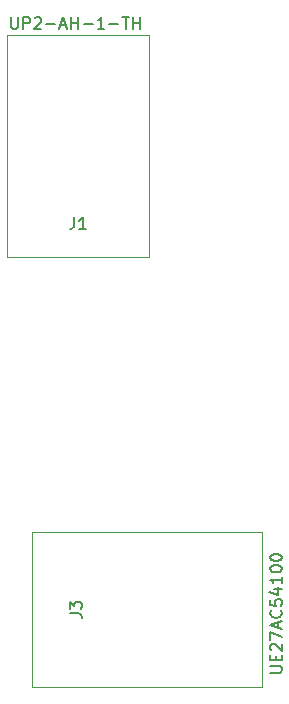
<source format=gbr>
G04 #@! TF.GenerationSoftware,KiCad,Pcbnew,(5.0.0)*
G04 #@! TF.CreationDate,2018-10-13T10:57:01-04:00*
G04 #@! TF.ProjectId,SecondPort_m3_usb,5365636F6E64506F72745F6D335F7573,1*
G04 #@! TF.SameCoordinates,Original*
G04 #@! TF.FileFunction,Other,Fab,Top*
%FSLAX46Y46*%
G04 Gerber Fmt 4.6, Leading zero omitted, Abs format (unit mm)*
G04 Created by KiCad (PCBNEW (5.0.0)) date 10/13/18 10:57:01*
%MOMM*%
%LPD*%
G01*
G04 APERTURE LIST*
%ADD10C,0.100000*%
%ADD11C,0.150000*%
G04 APERTURE END LIST*
D10*
G04 #@! TO.C,J3*
X106690000Y-139870000D02*
X106690000Y-126770000D01*
X106690000Y-126770000D02*
X126160000Y-126770000D01*
X106690000Y-139870000D02*
X126160000Y-139870000D01*
X126160000Y-139870000D02*
X126160000Y-126770000D01*
G04 #@! TO.C,J1*
X116650000Y-103500000D02*
X104650000Y-103500000D01*
X116650000Y-84700000D02*
X104650000Y-84700000D01*
X104650000Y-103500000D02*
X104650000Y-84700000D01*
X116650000Y-103500000D02*
X116650000Y-84700000D01*
G04 #@! TD*
G04 #@! TO.C,J3*
D11*
X126877380Y-138695000D02*
X127686904Y-138695000D01*
X127782142Y-138647380D01*
X127829761Y-138599761D01*
X127877380Y-138504523D01*
X127877380Y-138314047D01*
X127829761Y-138218809D01*
X127782142Y-138171190D01*
X127686904Y-138123571D01*
X126877380Y-138123571D01*
X127353571Y-137647380D02*
X127353571Y-137314047D01*
X127877380Y-137171190D02*
X127877380Y-137647380D01*
X126877380Y-137647380D01*
X126877380Y-137171190D01*
X126972619Y-136790238D02*
X126925000Y-136742619D01*
X126877380Y-136647380D01*
X126877380Y-136409285D01*
X126925000Y-136314047D01*
X126972619Y-136266428D01*
X127067857Y-136218809D01*
X127163095Y-136218809D01*
X127305952Y-136266428D01*
X127877380Y-136837857D01*
X127877380Y-136218809D01*
X126877380Y-135885476D02*
X126877380Y-135218809D01*
X127877380Y-135647380D01*
X127591666Y-134885476D02*
X127591666Y-134409285D01*
X127877380Y-134980714D02*
X126877380Y-134647380D01*
X127877380Y-134314047D01*
X127782142Y-133409285D02*
X127829761Y-133456904D01*
X127877380Y-133599761D01*
X127877380Y-133695000D01*
X127829761Y-133837857D01*
X127734523Y-133933095D01*
X127639285Y-133980714D01*
X127448809Y-134028333D01*
X127305952Y-134028333D01*
X127115476Y-133980714D01*
X127020238Y-133933095D01*
X126925000Y-133837857D01*
X126877380Y-133695000D01*
X126877380Y-133599761D01*
X126925000Y-133456904D01*
X126972619Y-133409285D01*
X126877380Y-132504523D02*
X126877380Y-132980714D01*
X127353571Y-133028333D01*
X127305952Y-132980714D01*
X127258333Y-132885476D01*
X127258333Y-132647380D01*
X127305952Y-132552142D01*
X127353571Y-132504523D01*
X127448809Y-132456904D01*
X127686904Y-132456904D01*
X127782142Y-132504523D01*
X127829761Y-132552142D01*
X127877380Y-132647380D01*
X127877380Y-132885476D01*
X127829761Y-132980714D01*
X127782142Y-133028333D01*
X127210714Y-131599761D02*
X127877380Y-131599761D01*
X126829761Y-131837857D02*
X127544047Y-132075952D01*
X127544047Y-131456904D01*
X127877380Y-130552142D02*
X127877380Y-131123571D01*
X127877380Y-130837857D02*
X126877380Y-130837857D01*
X127020238Y-130933095D01*
X127115476Y-131028333D01*
X127163095Y-131123571D01*
X126877380Y-129933095D02*
X126877380Y-129837857D01*
X126925000Y-129742619D01*
X126972619Y-129695000D01*
X127067857Y-129647380D01*
X127258333Y-129599761D01*
X127496428Y-129599761D01*
X127686904Y-129647380D01*
X127782142Y-129695000D01*
X127829761Y-129742619D01*
X127877380Y-129837857D01*
X127877380Y-129933095D01*
X127829761Y-130028333D01*
X127782142Y-130075952D01*
X127686904Y-130123571D01*
X127496428Y-130171190D01*
X127258333Y-130171190D01*
X127067857Y-130123571D01*
X126972619Y-130075952D01*
X126925000Y-130028333D01*
X126877380Y-129933095D01*
X126877380Y-128980714D02*
X126877380Y-128885476D01*
X126925000Y-128790238D01*
X126972619Y-128742619D01*
X127067857Y-128695000D01*
X127258333Y-128647380D01*
X127496428Y-128647380D01*
X127686904Y-128695000D01*
X127782142Y-128742619D01*
X127829761Y-128790238D01*
X127877380Y-128885476D01*
X127877380Y-128980714D01*
X127829761Y-129075952D01*
X127782142Y-129123571D01*
X127686904Y-129171190D01*
X127496428Y-129218809D01*
X127258333Y-129218809D01*
X127067857Y-129171190D01*
X126972619Y-129123571D01*
X126925000Y-129075952D01*
X126877380Y-128980714D01*
X109927380Y-133678333D02*
X110641666Y-133678333D01*
X110784523Y-133725952D01*
X110879761Y-133821190D01*
X110927380Y-133964047D01*
X110927380Y-134059285D01*
X109927380Y-133297380D02*
X109927380Y-132678333D01*
X110308333Y-133011666D01*
X110308333Y-132868809D01*
X110355952Y-132773571D01*
X110403571Y-132725952D01*
X110498809Y-132678333D01*
X110736904Y-132678333D01*
X110832142Y-132725952D01*
X110879761Y-132773571D01*
X110927380Y-132868809D01*
X110927380Y-133154523D01*
X110879761Y-133249761D01*
X110832142Y-133297380D01*
G04 #@! TO.C,J1*
X104947619Y-83177380D02*
X104947619Y-83986904D01*
X104995238Y-84082142D01*
X105042857Y-84129761D01*
X105138095Y-84177380D01*
X105328571Y-84177380D01*
X105423809Y-84129761D01*
X105471428Y-84082142D01*
X105519047Y-83986904D01*
X105519047Y-83177380D01*
X105995238Y-84177380D02*
X105995238Y-83177380D01*
X106376190Y-83177380D01*
X106471428Y-83225000D01*
X106519047Y-83272619D01*
X106566666Y-83367857D01*
X106566666Y-83510714D01*
X106519047Y-83605952D01*
X106471428Y-83653571D01*
X106376190Y-83701190D01*
X105995238Y-83701190D01*
X106947619Y-83272619D02*
X106995238Y-83225000D01*
X107090476Y-83177380D01*
X107328571Y-83177380D01*
X107423809Y-83225000D01*
X107471428Y-83272619D01*
X107519047Y-83367857D01*
X107519047Y-83463095D01*
X107471428Y-83605952D01*
X106900000Y-84177380D01*
X107519047Y-84177380D01*
X107947619Y-83796428D02*
X108709523Y-83796428D01*
X109138095Y-83891666D02*
X109614285Y-83891666D01*
X109042857Y-84177380D02*
X109376190Y-83177380D01*
X109709523Y-84177380D01*
X110042857Y-84177380D02*
X110042857Y-83177380D01*
X110042857Y-83653571D02*
X110614285Y-83653571D01*
X110614285Y-84177380D02*
X110614285Y-83177380D01*
X111090476Y-83796428D02*
X111852380Y-83796428D01*
X112852380Y-84177380D02*
X112280952Y-84177380D01*
X112566666Y-84177380D02*
X112566666Y-83177380D01*
X112471428Y-83320238D01*
X112376190Y-83415476D01*
X112280952Y-83463095D01*
X113280952Y-83796428D02*
X114042857Y-83796428D01*
X114376190Y-83177380D02*
X114947619Y-83177380D01*
X114661904Y-84177380D02*
X114661904Y-83177380D01*
X115280952Y-84177380D02*
X115280952Y-83177380D01*
X115280952Y-83653571D02*
X115852380Y-83653571D01*
X115852380Y-84177380D02*
X115852380Y-83177380D01*
X110291666Y-100127380D02*
X110291666Y-100841666D01*
X110244047Y-100984523D01*
X110148809Y-101079761D01*
X110005952Y-101127380D01*
X109910714Y-101127380D01*
X111291666Y-101127380D02*
X110720238Y-101127380D01*
X111005952Y-101127380D02*
X111005952Y-100127380D01*
X110910714Y-100270238D01*
X110815476Y-100365476D01*
X110720238Y-100413095D01*
G04 #@! TD*
M02*

</source>
